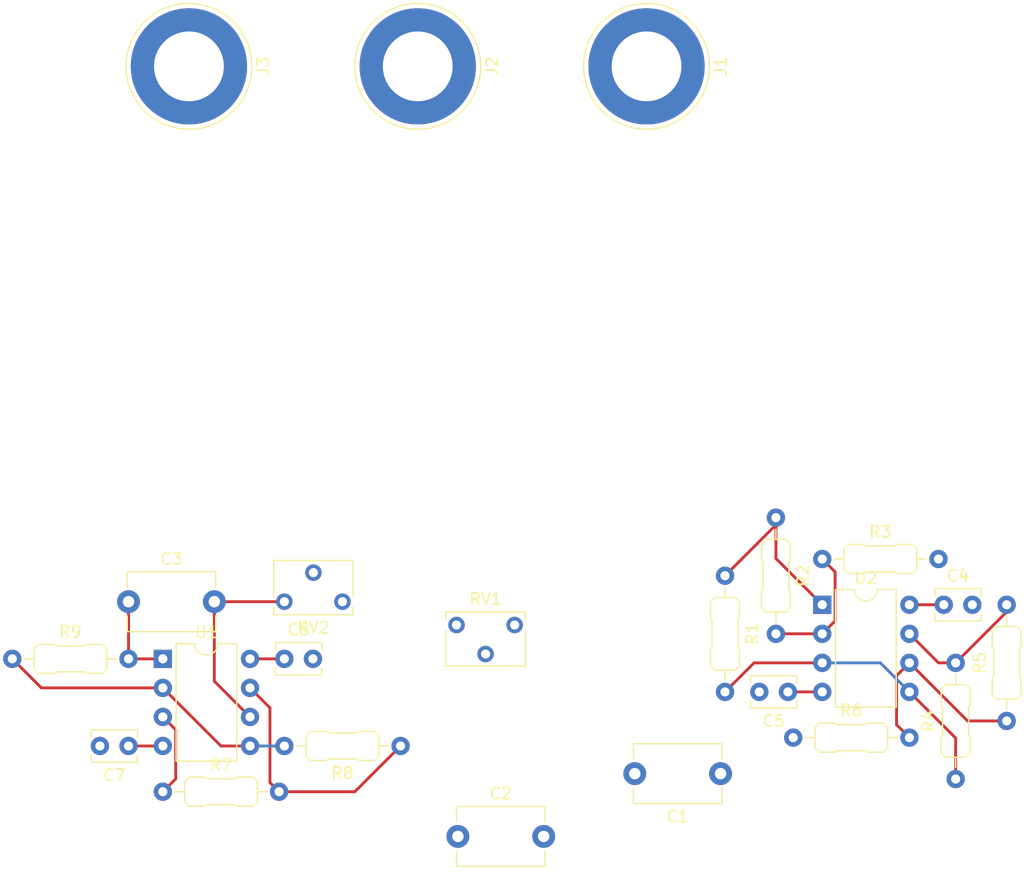
<source format=kicad_pcb>
(kicad_pcb (version 20221018) (generator pcbnew)
  (layers (0 "F.Cu" signal) (31 "B.Cu" signal) (34 "B.Paste" user) (35 "F.Paste" user) (36 "B.SilkS" user "B.Silkscreen") (37 "F.SilkS" user "F.Silkscreen") (38 "B.Mask" user) (39 "F.Mask" user) (44 "Edge.Cuts" user))
  (net 0 "")
  (net 1 "Net-(U2A-+)")
  (net 2 "GND")
  (net 3 "Net-(U1A-+)")
  (net 4 "Net-(C3-Pad1)")
  (net 5 "Net-(U1B--)")
  (net 6 "+9V")
  (net 7 "-9V")
  (net 8 "Net-(R1-Pad1)")
  (net 9 "Net-(U2A--)")
  (net 10 "Net-(R4-Pad2)")
  (net 11 "Net-(U2B--)")
  (net 12 "Net-(R7-Pad2)")
  (net 13 "Net-(U1A--)")
  (footprint "Connector:Banana_Jack_1Pin" (layer "F.Cu") (at 134.91 74.26 -90)
    (fp_text reference "J1" (at 0 -6.5 90) (layer "F.SilkS"))
    (fp_text value "BanaJack 9V")
    (fp_circle (center 0 0) (end 5.5 0) (stroke (width 0.12)) (fill none) (layer "F.SilkS"))
    (pad "1" thru_hole circle (at 0 0 270) (size 10.16 10.16) (drill 6.1) (layers "*.Cu" "*.Mask") (net 6 "+9V"))
  )
  (footprint "PCM_Resistor_THT_AKL:R_Axial_DIN0207_L6.3mm_D2.5mm_P10.16mm_Horizontal" (layer "F.Cu") (at 141.77 118.81 -90)
    (fp_text reference "R1" (at 5.08 -2.37 90) (layer "F.SilkS"))
    (fp_text value "220R" hide)
    (fp_line (start 1.905 -0.889) (end 1.905 0.889) (stroke (width 0.12)) (layer "F.SilkS"))
    (fp_line (start 1.905 -0.889) (end 2.286 -1.27) (stroke (width 0.12)) (layer "F.SilkS"))
    (fp_line (start 1.905 0) (end 1.016 0) (stroke (width 0.12)) (layer "F.SilkS"))
    (fp_line (start 1.905 0.889) (end 2.286 1.27) (stroke (width 0.12)) (layer "F.SilkS"))
    (fp_line (start 2.286 -1.27) (end 3.683 -1.27) (stroke (width 0.12)) (layer "F.SilkS"))
    (fp_line (start 2.286 1.27) (end 3.683 1.27) (stroke (width 0.12)) (layer "F.SilkS"))
    (fp_line (start 3.683 -1.27) (end 3.81 -1.143) (stroke (width 0.12)) (layer "F.SilkS"))
    (fp_line (start 3.683 1.27) (end 3.81 1.143) (stroke (width 0.12)) (layer "F.SilkS"))
    (fp_line (start 3.81 -1.143) (end 5.08 -1.143) (stroke (width 0.12)) (layer "F.SilkS"))
    (fp_line (start 3.81 1.143) (end 5.08 1.143) (stroke (width 0.12)) (layer "F.SilkS"))
    (fp_line (start 6.35 -1.143) (end 5.08 -1.143) (stroke (width 0.12)) (layer "F.SilkS"))
    (fp_line (start 6.35 1.143) (end 5.08 1.143) (stroke (width 0.12)) (layer "F.SilkS"))
    (fp_line (start 6.477 -1.27) (end 6.35 -1.143) (stroke (width 0.12)) (layer "F.SilkS"))
    (fp_line (start 6.477 1.27) (end 6.35 1.143) (stroke (width 0.12)) (layer "F.SilkS"))
    (fp_line (start 7.874 -1.27) (end 6.477 -1.27) (stroke (width 0.12)) (layer "F.SilkS"))
    (fp_line (start 7.874 1.27) (end 6.477 1.27) (stroke (width 0.12)) (layer "F.SilkS"))
    (fp_line (start 8.255 -0.889) (end 7.874 -1.27) (stroke (width 0.12)) (layer "F.SilkS"))
    (fp_line (start 8.255 -0.889) (end 8.255 0.889) (stroke (width 0.12)) (layer "F.SilkS"))
    (fp_line (start 8.255 0) (end 9.144 0) (stroke (width 0.12)) (layer "F.SilkS"))
    (fp_line (start 8.255 0.889) (end 7.874 1.27) (stroke (width 0.12)) (layer "F.SilkS"))
    (pad "1" thru_hole circle (at 0 0 270) (size 1.6 1.6) (drill 0.8) (layers "*.Cu" "*.Mask") (net 8 "Net-(R1-Pad1)"))
    (pad "2" thru_hole oval (at 10.16 0 270) (size 1.6 1.6) (drill 0.8) (layers "*.Cu" "*.Mask") (net 1 "Net-(U2A-+)"))
  )
  (footprint "Capacitor_THT:C_Disc_D3.8mm_W2.6mm_P2.50mm" (layer "F.Cu") (at 89.63 133.7 180)
    (fp_text reference "C7" (at 1.25 -2.55) (layer "F.SilkS"))
    (fp_text value "0.1uF")
    (fp_line (start -0.77 -1.42) (end -0.77 -0.795) (stroke (width 0.12)) (layer "F.SilkS"))
    (fp_line (start -0.77 -1.42) (end 3.27 -1.42) (stroke (width 0.12)) (layer "F.SilkS"))
    (fp_line (start -0.77 0.795) (end -0.77 1.42) (stroke (width 0.12)) (layer "F.SilkS"))
    (fp_line (start -0.77 1.42) (end 3.27 1.42) (stroke (width 0.12)) (layer "F.SilkS"))
    (fp_line (start 3.27 -1.42) (end 3.27 -0.795) (stroke (width 0.12)) (layer "F.SilkS"))
    (fp_line (start 3.27 0.795) (end 3.27 1.42) (stroke (width 0.12)) (layer "F.SilkS"))
    (pad "1" thru_hole circle (at 0 0 180) (size 1.6 1.6) (drill 0.8) (layers "*.Cu" "*.Mask") (net 7 "-9V"))
    (pad "2" thru_hole circle (at 2.5 0 180) (size 1.6 1.6) (drill 0.8) (layers "*.Cu" "*.Mask") (net 2 "GND"))
  )
  (footprint "Connector:Banana_Jack_1Pin" (layer "F.Cu") (at 94.91 74.26 -90)
    (fp_text reference "J3" (at 0 -6.5 90) (layer "F.SilkS"))
    (fp_text value "BanaJack -9V")
    (fp_circle (center 0 0) (end 5.5 0) (stroke (width 0.12)) (fill none) (layer "F.SilkS"))
    (pad "1" thru_hole circle (at 0 0 270) (size 10.16 10.16) (drill 6.1) (layers "*.Cu" "*.Mask") (net 7 "-9V"))
  )
  (footprint "Capacitor_THT:C_Disc_D7.5mm_W5.0mm_P7.50mm" (layer "F.Cu") (at 141.38 136.12 180)
    (fp_text reference "C1" (at 3.75 -3.75) (layer "F.SilkS"))
    (fp_text value "10nF")
    (fp_line (start -0.12 -2.62) (end -0.12 -1.256) (stroke (width 0.12)) (layer "F.SilkS"))
    (fp_line (start -0.12 -2.62) (end 7.62 -2.62) (stroke (width 0.12)) (layer "F.SilkS"))
    (fp_line (start -0.12 1.256) (end -0.12 2.62) (stroke (width 0.12)) (layer "F.SilkS"))
    (fp_line (start -0.12 2.62) (end 7.62 2.62) (stroke (width 0.12)) (layer "F.SilkS"))
    (fp_line (start 7.62 -2.62) (end 7.62 -1.256) (stroke (width 0.12)) (layer "F.SilkS"))
    (fp_line (start 7.62 1.256) (end 7.62 2.62) (stroke (width 0.12)) (layer "F.SilkS"))
    (pad "1" thru_hole circle (at 0 0 180) (size 2 2) (drill 1) (layers "*.Cu" "*.Mask") (net 1 "Net-(U2A-+)"))
    (pad "2" thru_hole circle (at 7.5 0 180) (size 2 2) (drill 1) (layers "*.Cu" "*.Mask") (net 2 "GND"))
  )
  (footprint "Connector:Banana_Jack_1Pin" (layer "F.Cu") (at 114.91 74.26 -90)
    (fp_text reference "J2" (at 0 -6.5 90) (layer "F.SilkS"))
    (fp_text value "BanaJack GND")
    (fp_circle (center 0 0) (end 5.5 0) (stroke (width 0.12)) (fill none) (layer "F.SilkS"))
    (pad "1" thru_hole circle (at 0 0 270) (size 10.16 10.16) (drill 6.1) (layers "*.Cu" "*.Mask") (net 2 "GND"))
  )
  (footprint "Capacitor_THT:C_Disc_D3.8mm_W2.6mm_P2.50mm" (layer "F.Cu") (at 103.25 126.08)
    (fp_text reference "C6" (at 1.25 -2.55) (layer "F.SilkS"))
    (fp_text value "0.1uF")
    (fp_line (start -0.77 -1.42) (end -0.77 -0.795) (stroke (width 0.12)) (layer "F.SilkS"))
    (fp_line (start -0.77 -1.42) (end 3.27 -1.42) (stroke (width 0.12)) (layer "F.SilkS"))
    (fp_line (start -0.77 0.795) (end -0.77 1.42) (stroke (width 0.12)) (layer "F.SilkS"))
    (fp_line (start -0.77 1.42) (end 3.27 1.42) (stroke (width 0.12)) (layer "F.SilkS"))
    (fp_line (start 3.27 -1.42) (end 3.27 -0.795) (stroke (width 0.12)) (layer "F.SilkS"))
    (fp_line (start 3.27 0.795) (end 3.27 1.42) (stroke (width 0.12)) (layer "F.SilkS"))
    (pad "1" thru_hole circle (at 0 0) (size 1.6 1.6) (drill 0.8) (layers "*.Cu" "*.Mask") (net 6 "+9V"))
    (pad "2" thru_hole circle (at 2.5 0) (size 1.6 1.6) (drill 0.8) (layers "*.Cu" "*.Mask") (net 2 "GND"))
  )
  (footprint "Capacitor_THT:C_Disc_D7.5mm_W5.0mm_P7.50mm" (layer "F.Cu") (at 118.42 141.61)
    (fp_text reference "C2" (at 3.75 -3.75) (layer "F.SilkS"))
    (fp_text value "100nF")
    (fp_line (start -0.12 -2.62) (end -0.12 -1.256) (stroke (width 0.12)) (layer "F.SilkS"))
    (fp_line (start -0.12 -2.62) (end 7.62 -2.62) (stroke (width 0.12)) (layer "F.SilkS"))
    (fp_line (start -0.12 1.256) (end -0.12 2.62) (stroke (width 0.12)) (layer "F.SilkS"))
    (fp_line (start -0.12 2.62) (end 7.62 2.62) (stroke (width 0.12)) (layer "F.SilkS"))
    (fp_line (start 7.62 -2.62) (end 7.62 -1.256) (stroke (width 0.12)) (layer "F.SilkS"))
    (fp_line (start 7.62 1.256) (end 7.62 2.62) (stroke (width 0.12)) (layer "F.SilkS"))
    (pad "1" thru_hole circle (at 0 0) (size 2 2) (drill 1) (layers "*.Cu" "*.Mask") (net 3 "Net-(U1A-+)"))
    (pad "2" thru_hole circle (at 7.5 0) (size 2 2) (drill 1) (layers "*.Cu" "*.Mask") (net 2 "GND"))
  )
  (footprint "Potentiometer_THT:Potentiometer_Bourns_3266W_Vertical" (layer "F.Cu") (at 123.38 123.12)
    (fp_text reference "RV1" (at -2.54 -2.27) (layer "F.SilkS"))
    (fp_text value "2.5k")
    (fp_line (start -6.015 -1.14) (end -6.015 -0.495) (stroke (width 0.12)) (layer "F.SilkS"))
    (fp_line (start -6.015 -1.14) (end 0.935 -1.14) (stroke (width 0.12)) (layer "F.SilkS"))
    (fp_line (start -6.015 0.495) (end -6.015 3.6) (stroke (width 0.12)) (layer "F.SilkS"))
    (fp_line (start -6.015 3.6) (end 0.935 3.6) (stroke (width 0.12)) (layer "F.SilkS"))
    (fp_line (start 0.935 -1.14) (end 0.935 -0.495) (stroke (width 0.12)) (layer "F.SilkS"))
    (fp_line (start 0.935 0.495) (end 0.935 3.6) (stroke (width 0.12)) (layer "F.SilkS"))
    (pad "1" thru_hole circle (at 0 0) (size 1.44 1.44) (drill 0.8) (layers "*.Cu" "*.Mask") (net 1 "Net-(U2A-+)"))
    (pad "2" thru_hole circle (at -2.54 2.54) (size 1.44 1.44) (drill 0.8) (layers "*.Cu" "*.Mask") (net 3 "Net-(U1A-+)"))
    (pad "3" thru_hole circle (at -5.08 0) (size 1.44 1.44) (drill 0.8) (layers "*.Cu" "*.Mask"))
  )
  (footprint "PCM_Resistor_THT_AKL:R_Axial_DIN0207_L6.3mm_D2.5mm_P10.16mm_Horizontal" (layer "F.Cu") (at 146.22 113.73 -90)
    (fp_text reference "R2" (at 5.08 -2.37 90) (layer "F.SilkS"))
    (fp_text value "220R" hide)
    (fp_line (start 1.905 -0.889) (end 1.905 0.889) (stroke (width 0.12)) (layer "F.SilkS"))
    (fp_line (start 1.905 -0.889) (end 2.286 -1.27) (stroke (width 0.12)) (layer "F.SilkS"))
    (fp_line (start 1.905 0) (end 1.016 0) (stroke (width 0.12)) (layer "F.SilkS"))
    (fp_line (start 1.905 0.889) (end 2.286 1.27) (stroke (width 0.12)) (layer "F.SilkS"))
    (fp_line (start 2.286 -1.27) (end 3.683 -1.27) (stroke (width 0.12)) (layer "F.SilkS"))
    (fp_line (start 2.286 1.27) (end 3.683 1.27) (stroke (width 0.12)) (layer "F.SilkS"))
    (fp_line (start 3.683 -1.27) (end 3.81 -1.143) (stroke (width 0.12)) (layer "F.SilkS"))
    (fp_line (start 3.683 1.27) (end 3.81 1.143) (stroke (width 0.12)) (layer "F.SilkS"))
    (fp_line (start 3.81 -1.143) (end 5.08 -1.143) (stroke (width 0.12)) (layer "F.SilkS"))
    (fp_line (start 3.81 1.143) (end 5.08 1.143) (stroke (width 0.12)) (layer "F.SilkS"))
    (fp_line (start 6.35 -1.143) (end 5.08 -1.143) (stroke (width 0.12)) (layer "F.SilkS"))
    (fp_line (start 6.35 1.143) (end 5.08 1.143) (stroke (width 0.12)) (layer "F.SilkS"))
    (fp_line (start 6.477 -1.27) (end 6.35 -1.143) (stroke (width 0.12)) (layer "F.SilkS"))
    (fp_line (start 6.477 1.27) (end 6.35 1.143) (stroke (width 0.12)) (layer "F.SilkS"))
    (fp_line (start 7.874 -1.27) (end 6.477 -1.27) (stroke (width 0.12)) (layer "F.SilkS"))
    (fp_line (start 7.874 1.27) (end 6.477 1.27) (stroke (width 0.12)) (layer "F.SilkS"))
    (fp_line (start 8.255 -0.889) (end 7.874 -1.27) (stroke (width 0.12)) (layer "F.SilkS"))
    (fp_line (start 8.255 -0.889) (end 8.255 0.889) (stroke (width 0.12)) (layer "F.SilkS"))
    (fp_line (start 8.255 0) (end 9.144 0) (stroke (width 0.12)) (layer "F.SilkS"))
    (fp_line (start 8.255 0.889) (end 7.874 1.27) (stroke (width 0.12)) (layer "F.SilkS"))
    (pad "1" thru_hole circle (at 0 0 270) (size 1.6 1.6) (drill 0.8) (layers "*.Cu" "*.Mask") (net 8 "Net-(R1-Pad1)"))
    (pad "2" thru_hole oval (at 10.16 0 270) (size 1.6 1.6) (drill 0.8) (layers "*.Cu" "*.Mask") (net 9 "Net-(U2A--)"))
  )
  (footprint "PCM_Resistor_THT_AKL:R_Axial_DIN0207_L6.3mm_D2.5mm_P10.16mm_Horizontal" (layer "F.Cu") (at 147.73 132.97)
    (fp_text reference "R6" (at 5.08 -2.37) (layer "F.SilkS"))
    (fp_text value "3.3k" hide)
    (fp_line (start 1.905 -0.889) (end 1.905 0.889) (stroke (width 0.12)) (layer "F.SilkS"))
    (fp_line (start 1.905 -0.889) (end 2.286 -1.27) (stroke (width 0.12)) (layer "F.SilkS"))
    (fp_line (start 1.905 0) (end 1.016 0) (stroke (width 0.12)) (layer "F.SilkS"))
    (fp_line (start 1.905 0.889) (end 2.286 1.27) (stroke (width 0.12)) (layer "F.SilkS"))
    (fp_line (start 2.286 -1.27) (end 3.683 -1.27) (stroke (width 0.12)) (layer "F.SilkS"))
    (fp_line (start 2.286 1.27) (end 3.683 1.27) (stroke (width 0.12)) (layer "F.SilkS"))
    (fp_line (start 3.683 -1.27) (end 3.81 -1.143) (stroke (width 0.12)) (layer "F.SilkS"))
    (fp_line (start 3.683 1.27) (end 3.81 1.143) (stroke (width 0.12)) (layer "F.SilkS"))
    (fp_line (start 3.81 -1.143) (end 5.08 -1.143) (stroke (width 0.12)) (layer "F.SilkS"))
    (fp_line (start 3.81 1.143) (end 5.08 1.143) (stroke (width 0.12)) (layer "F.SilkS"))
    (fp_line (start 6.35 -1.143) (end 5.08 -1.143) (stroke (width 0.12)) (layer "F.SilkS"))
    (fp_line (start 6.35 1.143) (end 5.08 1.143) (stroke (width 0.12)) (layer "F.SilkS"))
    (fp_line (start 6.477 -1.27) (end 6.35 -1.143) (stroke (width 0.12)) (layer "F.SilkS"))
    (fp_line (start 6.477 1.27) (end 6.35 1.143) (stroke (width 0.12)) (layer "F.SilkS"))
    (fp_line (start 7.874 -1.27) (end 6.477 -1.27) (stroke (width 0.12)) (layer "F.SilkS"))
    (fp_line (start 7.874 1.27) (end 6.477 1.27) (stroke (width 0.12)) (layer "F.SilkS"))
    (fp_line (start 8.255 -0.889) (end 7.874 -1.27) (stroke (width 0.12)) (layer "F.SilkS"))
    (fp_line (start 8.255 -0.889) (end 8.255 0.889) (stroke (width 0.12)) (layer "F.SilkS"))
    (fp_line (start 8.255 0) (end 9.144 0) (stroke (width 0.12)) (layer "F.SilkS"))
    (fp_line (start 8.255 0.889) (end 7.874 1.27) (stroke (width 0.12)) (layer "F.SilkS"))
    (pad "1" thru_hole circle (at 0 0) (size 1.6 1.6) (drill 0.8) (layers "*.Cu" "*.Mask") (net 2 "GND"))
    (pad "2" thru_hole oval (at 10.16 0) (size 1.6 1.6) (drill 0.8) (layers "*.Cu" "*.Mask") (net 11 "Net-(U2B--)"))
  )
  (footprint "Capacitor_THT:C_Disc_D3.8mm_W2.6mm_P2.50mm" (layer "F.Cu") (at 147.27 128.97 180)
    (fp_text reference "C5" (at 1.25 -2.55) (layer "F.SilkS"))
    (fp_text value "0.1uF")
    (fp_line (start -0.77 -1.42) (end -0.77 -0.795) (stroke (width 0.12)) (layer "F.SilkS"))
    (fp_line (start -0.77 -1.42) (end 3.27 -1.42) (stroke (width 0.12)) (layer "F.SilkS"))
    (fp_line (start -0.77 0.795) (end -0.77 1.42) (stroke (width 0.12)) (layer "F.SilkS"))
    (fp_line (start -0.77 1.42) (end 3.27 1.42) (stroke (width 0.12)) (layer "F.SilkS"))
    (fp_line (start 3.27 -1.42) (end 3.27 -0.795) (stroke (width 0.12)) (layer "F.SilkS"))
    (fp_line (start 3.27 0.795) (end 3.27 1.42) (stroke (width 0.12)) (layer "F.SilkS"))
    (pad "1" thru_hole circle (at 0 0 180) (size 1.6 1.6) (drill 0.8) (layers "*.Cu" "*.Mask") (net 7 "-9V"))
    (pad "2" thru_hole circle (at 2.5 0 180) (size 1.6 1.6) (drill 0.8) (layers "*.Cu" "*.Mask") (net 2 "GND"))
  )
  (footprint "Potentiometer_THT:Potentiometer_Bourns_3266W_Vertical" (layer "F.Cu") (at 103.25 121.08 180)
    (fp_text reference "RV2" (at -2.54 -2.27) (layer "F.SilkS"))
    (fp_text value "2.5k")
    (fp_line (start -6.015 -1.14) (end -6.015 -0.495) (stroke (width 0.12)) (layer "F.SilkS"))
    (fp_line (start -6.015 -1.14) (end 0.935 -1.14) (stroke (width 0.12)) (layer "F.SilkS"))
    (fp_line (start -6.015 0.495) (end -6.015 3.6) (stroke (width 0.12)) (layer "F.SilkS"))
    (fp_line (start -6.015 3.6) (end 0.935 3.6) (stroke (width 0.12)) (layer "F.SilkS"))
    (fp_line (start 0.935 -1.14) (end 0.935 -0.495) (stroke (width 0.12)) (layer "F.SilkS"))
    (fp_line (start 0.935 0.495) (end 0.935 3.6) (stroke (width 0.12)) (layer "F.SilkS"))
    (pad "1" thru_hole circle (at 0 0 180) (size 1.44 1.44) (drill 0.8) (layers "*.Cu" "*.Mask") (net 5 "Net-(U1B--)"))
    (pad "2" thru_hole circle (at -2.54 2.54 180) (size 1.44 1.44) (drill 0.8) (layers "*.Cu" "*.Mask") (net 2 "GND"))
    (pad "3" thru_hole circle (at -5.08 0 180) (size 1.44 1.44) (drill 0.8) (layers "*.Cu" "*.Mask"))
  )
  (footprint "PCM_Resistor_THT_AKL:R_Axial_DIN0207_L6.3mm_D2.5mm_P10.16mm_Horizontal" (layer "F.Cu") (at 161.93 136.59 90)
    (fp_text reference "R4" (at 5.08 -2.37 90) (layer "F.SilkS"))
    (fp_text value "22k" hide)
    (fp_line (start 1.905 -0.889) (end 1.905 0.889) (stroke (width 0.12)) (layer "F.SilkS"))
    (fp_line (start 1.905 -0.889) (end 2.286 -1.27) (stroke (width 0.12)) (layer "F.SilkS"))
    (fp_line (start 1.905 0) (end 1.016 0) (stroke (width 0.12)) (layer "F.SilkS"))
    (fp_line (start 1.905 0.889) (end 2.286 1.27) (stroke (width 0.12)) (layer "F.SilkS"))
    (fp_line (start 2.286 -1.27) (end 3.683 -1.27) (stroke (width 0.12)) (layer "F.SilkS"))
    (fp_line (start 2.286 1.27) (end 3.683 1.27) (stroke (width 0.12)) (layer "F.SilkS"))
    (fp_line (start 3.683 -1.27) (end 3.81 -1.143) (stroke (width 0.12)) (layer "F.SilkS"))
    (fp_line (start 3.683 1.27) (end 3.81 1.143) (stroke (width 0.12)) (layer "F.SilkS"))
    (fp_line (start 3.81 -1.143) (end 5.08 -1.143) (stroke (width 0.12)) (layer "F.SilkS"))
    (fp_line (start 3.81 1.143) (end 5.08 1.143) (stroke (width 0.12)) (layer "F.SilkS"))
    (fp_line (start 6.35 -1.143) (end 5.08 -1.143) (stroke (width 0.12)) (layer "F.SilkS"))
    (fp_line (start 6.35 1.143) (end 5.08 1.143) (stroke (width 0.12)) (layer "F.SilkS"))
    (fp_line (start 6.477 -1.27) (end 6.35 -1.143) (stroke (width 0.12)) (layer "F.SilkS"))
    (fp_line (start 6.477 1.27) (end 6.35 1.143) (stroke (width 0.12)) (layer "F.SilkS"))
    (fp_line (start 7.874 -1.27) (end 6.477 -1.27) (stroke (width 0.12)) (layer "F.SilkS"))
    (fp_line (start 7.874 1.27) (end 6.477 1.27) (stroke (width 0.12)) (layer "F.SilkS"))
    (fp_line (start 8.255 -0.889) (end 7.874 -1.27) (stroke (width 0.12)) (layer "F.SilkS"))
    (fp_line (start 8.255 -0.889) (end 8.255 0.889) (stroke (width 0.12)) (layer "F.SilkS"))
    (fp_line (start 8.255 0) (end 9.144 0) (stroke (width 0.12)) (layer "F.SilkS"))
    (fp_line (start 8.255 0.889) (end 7.874 1.27) (stroke (width 0.12)) (layer "F.SilkS"))
    (pad "1" thru_hole circle (at 0 0 90) (size 1.6 1.6) (drill 0.8) (layers "*.Cu" "*.Mask") (net 1 "Net-(U2A-+)"))
    (pad "2" thru_hole oval (at 10.16 0 90) (size 1.6 1.6) (drill 0.8) (layers "*.Cu" "*.Mask") (net 10 "Net-(R4-Pad2)"))
  )
  (footprint "Package_DIP:DIP-8_W7.62mm" (layer "F.Cu") (at 150.27 121.35)
    (fp_text reference "U2" (at 3.81 -2.33) (layer "F.SilkS"))
    (fp_text value "TL082")
    (fp_line (start 1.16 -1.33) (end 1.16 8.95) (stroke (width 0.12)) (layer "F.SilkS"))
    (fp_line (start 1.16 8.95) (end 6.46 8.95) (stroke (width 0.12)) (layer "F.SilkS"))
    (fp_line (start 2.81 -1.33) (end 1.16 -1.33) (stroke (width 0.12)) (layer "F.SilkS"))
    (fp_line (start 6.46 -1.33) (end 4.81 -1.33) (stroke (width 0.12)) (layer "F.SilkS"))
    (fp_line (start 6.46 8.95) (end 6.46 -1.33) (stroke (width 0.12)) (layer "F.SilkS"))
    (fp_arc (start 4.81 -1.33) (mid 3.81 -0.33) (end 2.81 -1.33) (stroke (width 0.12)) (layer "F.SilkS"))
    (pad "1" thru_hole rect (at 0 0) (size 1.6 1.6) (drill 0.8) (layers "*.Cu" "*.Mask") (net 8 "Net-(R1-Pad1)"))
    (pad "2" thru_hole oval (at 0 2.54) (size 1.6 1.6) (drill 0.8) (layers "*.Cu" "*.Mask") (net 9 "Net-(U2A--)"))
    (pad "3" thru_hole oval (at 0 5.08) (size 1.6 1.6) (drill 0.8) (layers "*.Cu" "*.Mask") (net 1 "Net-(U2A-+)"))
    (pad "4" thru_hole oval (at 0 7.62) (size 1.6 1.6) (drill 0.8) (layers "*.Cu" "*.Mask") (net 7 "-9V"))
    (pad "5" thru_hole oval (at 7.62 7.62) (size 1.6 1.6) (drill 0.8) (layers "*.Cu" "*.Mask") (net 1 "Net-(U2A-+)"))
    (pad "6" thru_hole oval (at 7.62 5.08) (size 1.6 1.6) (drill 0.8) (layers "*.Cu" "*.Mask") (net 11 "Net-(U2B--)"))
    (pad "7" thru_hole oval (at 7.62 2.54) (size 1.6 1.6) (drill 0.8) (layers "*.Cu" "*.Mask") (net 10 "Net-(R4-Pad2)"))
    (pad "8" thru_hole oval (at 7.62 0) (size 1.6 1.6) (drill 0.8) (layers "*.Cu" "*.Mask") (net 6 "+9V"))
  )
  (footprint "PCM_Resistor_THT_AKL:R_Axial_DIN0207_L6.3mm_D2.5mm_P10.16mm_Horizontal" (layer "F.Cu") (at 113.41 133.7 180)
    (fp_text reference "R8" (at 5.08 -2.37) (layer "F.SilkS"))
    (fp_text value "1k" hide)
    (fp_line (start 1.905 -0.889) (end 1.905 0.889) (stroke (width 0.12)) (layer "F.SilkS"))
    (fp_line (start 1.905 -0.889) (end 2.286 -1.27) (stroke (width 0.12)) (layer "F.SilkS"))
    (fp_line (start 1.905 0) (end 1.016 0) (stroke (width 0.12)) (layer "F.SilkS"))
    (fp_line (start 1.905 0.889) (end 2.286 1.27) (stroke (width 0.12)) (layer "F.SilkS"))
    (fp_line (start 2.286 -1.27) (end 3.683 -1.27) (stroke (width 0.12)) (layer "F.SilkS"))
    (fp_line (start 2.286 1.27) (end 3.683 1.27) (stroke (width 0.12)) (layer "F.SilkS"))
    (fp_line (start 3.683 -1.27) (end 3.81 -1.143) (stroke (width 0.12)) (layer "F.SilkS"))
    (fp_line (start 3.683 1.27) (end 3.81 1.143) (stroke (width 0.12)) (layer "F.SilkS"))
    (fp_line (start 3.81 -1.143) (end 5.08 -1.143) (stroke (width 0.12)) (layer "F.SilkS"))
    (fp_line (start 3.81 1.143) (end 5.08 1.143) (stroke (width 0.12)) (layer "F.SilkS"))
    (fp_line (start 6.35 -1.143) (end 5.08 -1.143) (stroke (width 0.12)) (layer "F.SilkS"))
    (fp_line (start 6.35 1.143) (end 5.08 1.143) (stroke (width 0.12)) (layer "F.SilkS"))
    (fp_line (start 6.477 -1.27) (end 6.35 -1.143) (stroke (width 0.12)) (layer "F.SilkS"))
    (fp_line (start 6.477 1.27) (end 6.35 1.143) (stroke (width 0.12)) (layer "F.SilkS"))
    (fp_line (start 7.874 -1.27) (end 6.477 -1.27) (stroke (width 0.12)) (layer "F.SilkS"))
    (fp_line (start 7.874 1.27) (end 6.477 1.27) (stroke (width 0.12)) (layer "F.SilkS"))
    (fp_line (start 8.255 -0.889) (end 7.874 -1.27) (stroke (width 0.12)) (layer "F.SilkS"))
    (fp_line (start 8.255 -0.889) (end 8.255 0.889) (stroke (width 0.12)) (layer "F.SilkS"))
    (fp_line (start 8.255 0) (end 9.144 0) (stroke (width 0.12)) (layer "F.SilkS"))
    (fp_line (start 8.255 0.889) (end 7.874 1.27) (stroke (width 0.12)) (layer "F.SilkS"))
    (pad "1" thru_hole circle (at 0 0 180) (size 1.6 1.6) (drill 0.8) (layers "*.Cu" "*.Mask") (net 12 "Net-(R7-Pad2)"))
    (pad "2" thru_hole oval (at 10.16 0 180) (size 1.6 1.6) (drill 0.8) (layers "*.Cu" "*.Mask") (net 13 "Net-(U1A--)"))
  )
  (footprint "PCM_Resistor_THT_AKL:R_Axial_DIN0207_L6.3mm_D2.5mm_P10.16mm_Horizontal" (layer "F.Cu") (at 166.39 131.51 90)
    (fp_text reference "R5" (at 5.08 -2.37 90) (layer "F.SilkS"))
    (fp_text value "22k" hide)
    (fp_line (start 1.905 -0.889) (end 1.905 0.889) (stroke (width 0.12)) (layer "F.SilkS"))
    (fp_line (start 1.905 -0.889) (end 2.286 -1.27) (stroke (width 0.12)) (layer "F.SilkS"))
    (fp_line (start 1.905 0) (end 1.016 0) (stroke (width 0.12)) (layer "F.SilkS"))
    (fp_line (start 1.905 0.889) (end 2.286 1.27) (stroke (width 0.12)) (layer "F.SilkS"))
    (fp_line (start 2.286 -1.27) (end 3.683 -1.27) (stroke (width 0.12)) (layer "F.SilkS"))
    (fp_line (start 2.286 1.27) (end 3.683 1.27) (stroke (width 0.12)) (layer "F.SilkS"))
    (fp_line (start 3.683 -1.27) (end 3.81 -1.143) (stroke (width 0.12)) (layer "F.SilkS"))
    (fp_line (start 3.683 1.27) (end 3.81 1.143) (stroke (width 0.12)) (layer "F.SilkS"))
    (fp_line (start 3.81 -1.143) (end 5.08 -1.143) (stroke (width 0.12)) (layer "F.SilkS"))
    (fp_line (start 3.81 1.143) (end 5.08 1.143) (stroke (width 0.12)) (layer "F.SilkS"))
    (fp_line (start 6.35 -1.143) (end 5.08 -1.143) (stroke (width 0.12)) (layer "F.SilkS"))
    (fp_line (start 6.35 1.143) (end 5.08 1.143) (stroke (width 0.12)) (layer "F.SilkS"))
    (fp_line (start 6.477 -1.27) (end 6.35 -1.143) (stroke (width 0.12)) (layer "F.SilkS"))
    (fp_line (start 6.477 1.27) (end 6.35 1.143) (stroke (width 0.12)) (layer "F.SilkS"))
    (fp_line (start 7.874 -1.27) (end 6.477 -1.27) (stroke (width 0.12)) (layer "F.SilkS"))
    (fp_line (start 7.874 1.27) (end 6.477 1.27) (stroke (width 0.12)) (layer "F.SilkS"))
    (fp_line (start 8.255 -0.889) (end 7.874 -1.27) (stroke (width 0.12)) (layer "F.SilkS"))
    (fp_line (start 8.255 -0.889) (end 8.255 0.889) (stroke (width 0.12)) (layer "F.SilkS"))
    (fp_line (start 8.255 0) (end 9.144 0) (stroke (width 0.12)) (layer "F.SilkS"))
    (fp_line (start 8.255 0.889) (end 7.874 1.27) (stroke (width 0.12)) (layer "F.SilkS"))
    (pad "1" thru_hole circle (at 0 0 90) (size 1.6 1.6) (drill 0.8) (layers "*.Cu" "*.Mask") (net 11 "Net-(U2B--)"))
    (pad "2" thru_hole oval (at 10.16 0 90) (size 1.6 1.6) (drill 0.8) (layers "*.Cu" "*.Mask") (net 10 "Net-(R4-Pad2)"))
  )
  (footprint "PCM_Resistor_THT_AKL:R_Axial_DIN0207_L6.3mm_D2.5mm_P10.16mm_Horizontal" (layer "F.Cu") (at 79.47 126.08)
    (fp_text reference "R9" (at 5.08 -2.37) (layer "F.SilkS"))
    (fp_text value "1k" hide)
    (fp_line (start 1.905 -0.889) (end 1.905 0.889) (stroke (width 0.12)) (layer "F.SilkS"))
    (fp_line (start 1.905 -0.889) (end 2.286 -1.27) (stroke (width 0.12)) (layer "F.SilkS"))
    (fp_line (start 1.905 0) (end 1.016 0) (stroke (width 0.12)) (layer "F.SilkS"))
    (fp_line (start 1.905 0.889) (end 2.286 1.27) (stroke (width 0.12)) (layer "F.SilkS"))
    (fp_line (start 2.286 -1.27) (end 3.683 -1.27) (stroke (width 0.12)) (layer "F.SilkS"))
    (fp_line (start 2.286 1.27) (end 3.683 1.27) (stroke (width 0.12)) (layer "F.SilkS"))
    (fp_line (start 3.683 -1.27) (end 3.81 -1.143) (stroke (width 0.12)) (layer "F.SilkS"))
    (fp_line (start 3.683 1.27) (end 3.81 1.143) (stroke (width 0.12)) (layer "F.SilkS"))
    (fp_line (start 3.81 -1.143) (end 5.08 -1.143) (stroke (width 0.12)) (layer "F.SilkS"))
    (fp_line (start 3.81 1.143) (end 5.08 1.143) (stroke (width 0.12)) (layer "F.SilkS"))
    (fp_line (start 6.35 -1.143) (end 5.08 -1.143) (stroke (width 0.12)) (layer "F.SilkS"))
    (fp_line (start 6.35 1.143) (end 5.08 1.143) (stroke (width 0.12)) (layer "F.SilkS"))
    (fp_line (start 6.477 -1.27) (end 6.35 -1.143) (stroke (width 0.12)) (layer "F.SilkS"))
    (fp_line (start 6.477 1.27) (end 6.35 1.143) (stroke (width 0.12)) (layer "F.SilkS"))
    (fp_line (start 7.874 -1.27) (end 6.477 -1.27) (stroke (width 0.12)) (layer "F.SilkS"))
    (fp_line (start 7.874 1.27) (end 6.477 1.27) (stroke (width 0.12)) (layer "F.SilkS"))
    (fp_line (start 8.255 -0.889) (end 7.874 -1.27) (stroke (width 0.12)) (layer "F.SilkS"))
    (fp_line (start 8.255 -0.889) (end 8.255 0.889) (stroke (width 0.12)) (layer "F.SilkS"))
    (fp_line (start 8.255 0) (end 9.144 0) (stroke (width 0.12)) (layer "F.SilkS"))
    (fp_line (start 8.255 0.889) (end 7.874 1.27) (stroke (width 0.12)) (layer "F.SilkS"))
    (pad "1" thru_hole circle (at 0 0) (size 1.6 1.6) (drill 0.8) (layers "*.Cu" "*.Mask") (net 13 "Net-(U1A--)"))
    (pad "2" thru_hole oval (at 10.16 0) (size 1.6 1.6) (drill 0.8) (layers "*.Cu" "*.Mask") (net 4 "Net-(C3-Pad1)"))
  )
  (footprint "Capacitor_THT:C_Disc_D7.5mm_W5.0mm_P7.50mm" (layer "F.Cu") (at 89.63 121.08)
    (fp_text reference "C3" (at 3.75 -3.75) (layer "F.SilkS"))
    (fp_text value "100nF")
    (fp_line (start -0.12 -2.62) (end -0.12 -1.256) (stroke (width 0.12)) (layer "F.SilkS"))
    (fp_line (start -0.12 -2.62) (end 7.62 -2.62) (stroke (width 0.12)) (layer "F.SilkS"))
    (fp_line (start -0.12 1.256) (end -0.12 2.62) (stroke (width 0.12)) (layer "F.SilkS"))
    (fp_line (start -0.12 2.62) (end 7.62 2.62) (stroke (width 0.12)) (layer "F.SilkS"))
    (fp_line (start 7.62 -2.62) (end 7.62 -1.256) (stroke (width 0.12)) (layer "F.SilkS"))
    (fp_line (start 7.62 1.256) (end 7.62 2.62) (stroke (width 0.12)) (layer "F.SilkS"))
    (pad "1" thru_hole circle (at 0 0) (size 2 2) (drill 1) (layers "*.Cu" "*.Mask") (net 4 "Net-(C3-Pad1)"))
    (pad "2" thru_hole circle (at 7.5 0) (size 2 2) (drill 1) (layers "*.Cu" "*.Mask") (net 5 "Net-(U1B--)"))
  )
  (footprint "PCM_Resistor_THT_AKL:R_Axial_DIN0207_L6.3mm_D2.5mm_P10.16mm_Horizontal" (layer "F.Cu") (at 92.63 137.7)
    (fp_text reference "R7" (at 5.08 -2.37) (layer "F.SilkS"))
    (fp_text value "100R" hide)
    (fp_line (start 1.905 -0.889) (end 1.905 0.889) (stroke (width 0.12)) (layer "F.SilkS"))
    (fp_line (start 1.905 -0.889) (end 2.286 -1.27) (stroke (width 0.12)) (layer "F.SilkS"))
    (fp_line (start 1.905 0) (end 1.016 0) (stroke (width 0.12)) (layer "F.SilkS"))
    (fp_line (start 1.905 0.889) (end 2.286 1.27) (stroke (width 0.12)) (layer "F.SilkS"))
    (fp_line (start 2.286 -1.27) (end 3.683 -1.27) (stroke (width 0.12)) (layer "F.SilkS"))
    (fp_line (start 2.286 1.27) (end 3.683 1.27) (stroke (width 0.12)) (layer "F.SilkS"))
    (fp_line (start 3.683 -1.27) (end 3.81 -1.143) (stroke (width 0.12)) (layer "F.SilkS"))
    (fp_line (start 3.683 1.27) (end 3.81 1.143) (stroke (width 0.12)) (layer "F.SilkS"))
    (fp_line (start 3.81 -1.143) (end 5.08 -1.143) (stroke (width 0.12)) (layer "F.SilkS"))
    (fp_line (start 3.81 1.143) (end 5.08 1.143) (stroke (width 0.12)) (layer "F.SilkS"))
    (fp_line (start 6.35 -1.143) (end 5.08 -1.143) (stroke (width 0.12)) (layer "F.SilkS"))
    (fp_line (start 6.35 1.143) (end 5.08 1.143) (stroke (width 0.12)) (layer "F.SilkS"))
    (fp_line (start 6.477 -1.27) (end 6.35 -1.143) (stroke (width 0.12)) (layer "F.SilkS"))
    (fp_line (start 6.477 1.27) (end 6.35 1.143) (stroke (width 0.12)) (layer "F.SilkS"))
    (fp_line (start 7.874 -1.27) (end 6.477 -1.27) (stroke (width 0.12)) (layer "F.SilkS"))
    (fp_line (start 7.874 1.27) (end 6.477 1.27) (stroke (width 0.12)) (layer "F.SilkS"))
    (fp_line (start 8.255 -0.889) (end 7.874 -1.27) (stroke (width 0.12)) (layer "F.SilkS"))
    (fp_line (start 8.255 -0.889) (end 8.255 0.889) (stroke (width 0.12)) (layer "F.SilkS"))
    (fp_line (start 8.255 0) (end 9.144 0) (stroke (width 0.12)) (layer "F.SilkS"))
    (fp_line (start 8.255 0.889) (end 7.874 1.27) (stroke (width 0.12)) (layer "F.SilkS"))
    (pad "1" thru_hole circle (at 0 0) (size 1.6 1.6) (drill 0.8) (layers "*.Cu" "*.Mask") (net 3 "Net-(U1A-+)"))
    (pad "2" thru_hole oval (at 10.16 0) (size 1.6 1.6) (drill 0.8) (layers "*.Cu" "*.Mask") (net 12 "Net-(R7-Pad2)"))
  )
  (footprint "Capacitor_THT:C_Disc_D3.8mm_W2.6mm_P2.50mm" (layer "F.Cu") (at 160.89 121.35)
    (fp_text reference "C4" (at 1.25 -2.55) (layer "F.SilkS"))
    (fp_text value "0.1uF")
    (fp_line (start -0.77 -1.42) (end -0.77 -0.795) (stroke (width 0.12)) (layer "F.SilkS"))
    (fp_line (start -0.77 -1.42) (end 3.27 -1.42) (stroke (width 0.12)) (layer "F.SilkS"))
    (fp_line (start -0.77 0.795) (end -0.77 1.42) (stroke (width 0.12)) (layer "F.SilkS"))
    (fp_line (start -0.77 1.42) (end 3.27 1.42) (stroke (width 0.12)) (layer "F.SilkS"))
    (fp_line (start 3.27 -1.42) (end 3.27 -0.795) (stroke (width 0.12)) (layer "F.SilkS"))
    (fp_line (start 3.27 0.795) (end 3.27 1.42) (stroke (width 0.12)) (layer "F.SilkS"))
    (pad "1" thru_hole circle (at 0 0) (size 1.6 1.6) (drill 0.8) (layers "*.Cu" "*.Mask") (net 6 "+9V"))
    (pad "2" thru_hole circle (at 2.5 0) (size 1.6 1.6) (drill 0.8) (layers "*.Cu" "*.Mask") (net 2 "GND"))
  )
  (footprint "PCM_Resistor_THT_AKL:R_Axial_DIN0207_L6.3mm_D2.5mm_P10.16mm_Horizontal" (layer "F.Cu") (at 150.27 117.35)
    (fp_text reference "R3" (at 5.08 -2.37) (layer "F.SilkS"))
    (fp_text value "2.2k" hide)
    (fp_line (start 1.905 -0.889) (end 1.905 0.889) (stroke (width 0.12)) (layer "F.SilkS"))
    (fp_line (start 1.905 -0.889) (end 2.286 -1.27) (stroke (width 0.12)) (layer "F.SilkS"))
    (fp_line (start 1.905 0) (end 1.016 0) (stroke (width 0.12)) (layer "F.SilkS"))
    (fp_line (start 1.905 0.889) (end 2.286 1.27) (stroke (width 0.12)) (layer "F.SilkS"))
    (fp_line (start 2.286 -1.27) (end 3.683 -1.27) (stroke (width 0.12)) (layer "F.SilkS"))
    (fp_line (start 2.286 1.27) (end 3.683 1.27) (stroke (width 0.12)) (layer "F.SilkS"))
    (fp_line (start 3.683 -1.27) (end 3.81 -1.143) (stroke (width 0.12)) (layer "F.SilkS"))
    (fp_line (start 3.683 1.27) (end 3.81 1.143) (stroke (width 0.12)) (layer "F.SilkS"))
    (fp_line (start 3.81 -1.143) (end 5.08 -1.143) (stroke (width 0.12)) (layer "F.SilkS"))
    (fp_line (start 3.81 1.143) (end 5.08 1.143) (stroke (width 0.12)) (layer "F.SilkS"))
    (fp_line (start 6.35 -1.143) (end 5.08 -1.143) (stroke (width 0.12)) (layer "F.SilkS"))
    (fp_line (start 6.35 1.143) (end 5.08 1.143) (stroke (width 0.12)) (layer "F.SilkS"))
    (fp_line (start 6.477 -1.27) (end 6.35 -1.143) (stroke (width 0.12)) (layer "F.SilkS"))
    (fp_line (start 6.477 1.27) (end 6.35 1.143) (stroke (width 0.12)) (layer "F.SilkS"))
    (fp_line (start 7.874 -1.27) (end 6.477 -1.27) (stroke (width 0.12)) (layer "F.SilkS"))
    (fp_line (start 7.874 1.27) (end 6.477 1.27) (stroke (width 0.12)) (layer "F.SilkS"))
    (fp_line (start 8.255 -0.889) (end 7.874 -1.27) (stroke (width 0.12)) (layer "F.SilkS"))
    (fp_line (start 8.255 -0.889) (end 8.255 0.889) (stroke (width 0.12)) (layer "F.SilkS"))
    (fp_line (start 8.255 0) (end 9.144 0) (stroke (width 0.12)) (layer "F.SilkS"))
    (fp_line (start 8.255 0.889) (end 7.874 1.27) (stroke (width 0.12)) (layer "F.SilkS"))
    (pad "1" thru_hole circle (at 0 0) (size 1.6 1.6) (drill 0.8) (layers "*.Cu" "*.Mask") (net 9 "Net-(U2A--)"))
    (pad "2" thru_hole oval (at 10.16 0) (size 1.6 1.6) (drill 0.8) (layers "*.Cu" "*.Mask") (net 2 "GND"))
  )
  (footprint "Package_DIP:DIP-8_W7.62mm" (layer "F.Cu") (at 92.63 126.08)
    (fp_text reference "U1" (at 3.81 -2.33) (layer "F.SilkS"))
    (fp_text value "TL082")
    (fp_line (start 1.16 -1.33) (end 1.16 8.95) (stroke (width 0.12)) (layer "F.SilkS"))
    (fp_line (start 1.16 8.95) (end 6.46 8.95) (stroke (width 0.12)) (layer "F.SilkS"))
    (fp_line (start 2.81 -1.33) (end 1.16 -1.33) (stroke (width 0.12)) (layer "F.SilkS"))
    (fp_line (start 6.46 -1.33) (end 4.81 -1.33) (stroke (width 0.12)) (layer "F.SilkS"))
    (fp_line (start 6.46 8.95) (end 6.46 -1.33) (stroke (width 0.12)) (layer "F.SilkS"))
    (fp_arc (start 4.81 -1.33) (mid 3.81 -0.33) (end 2.81 -1.33) (stroke (width 0.12)) (layer "F.SilkS"))
    (pad "1" thru_hole rect (at 0 0) (size 1.6 1.6) (drill 0.8) (layers "*.Cu" "*.Mask") (net 4 "Net-(C3-Pad1)"))
    (pad "2" thru_hole oval (at 0 2.54) (size 1.6 1.6) (drill 0.8) (layers "*.Cu" "*.Mask") (net 13 "Net-(U1A--)"))
    (pad "3" thru_hole oval (at 0 5.08) (size 1.6 1.6) (drill 0.8) (layers "*.Cu" "*.Mask") (net 3 "Net-(U1A-+)"))
    (pad "4" thru_hole oval (at 0 7.62) (size 1.6 1.6) (drill 0.8) (layers "*.Cu" "*.Mask") (net 7 "-9V"))
    (pad "5" thru_hole oval (at 7.62 7.62) (size 1.6 1.6) (drill 0.8) (layers "*.Cu" "*.Mask") (net 13 "Net-(U1A--)"))
    (pad "6" thru_hole oval (at 7.62 5.08) (size 1.6 1.6) (drill 0.8) (layers "*.Cu" "*.Mask") (net 5 "Net-(U1B--)"))
    (pad "7" thru_hole oval (at 7.62 2.54) (size 1.6 1.6) (drill 0.8) (layers "*.Cu" "*.Mask") (net 12 "Net-(R7-Pad2)"))
    (pad "8" thru_hole oval (at 7.62 0) (size 1.6 1.6) (drill 0.8) (layers "*.Cu" "*.Mask") (net 6 "+9V"))
  )
  (segment (start 161.93 136.59) (end 161.93 133.01) (width 0.25) (layer "F.Cu") (net 1))
  (segment (start 141.77 128.97) (end 144.31 126.43) (width 0.25) (layer "F.Cu") (net 1))
  (segment (start 144.31 126.43) (end 150.27 126.43) (width 0.25) (layer "F.Cu") (net 1))
  (segment (start 161.93 133.01) (end 157.89 128.97) (width 0.25) (layer "F.Cu") (net 1))
  (segment (start 150.27 126.43) (end 155.35 126.43) (width 0.25) (layer "B.Cu") (net 1))
  (segment (start 155.35 126.43) (end 157.89 128.97) (width 0.25) (layer "B.Cu") (net 1))
  (segment (start 93.755 132.285) (end 92.63 131.16) (width 0.25) (layer "F.Cu") (net 3))
  (segment (start 93.755 136.575) (end 93.755 132.285) (width 0.25) (layer "F.Cu") (net 3))
  (segment (start 92.63 137.7) (end 93.755 136.575) (width 0.25) (layer "F.Cu") (net 3))
  (segment (start 89.63 126.08) (end 92.63 126.08) (width 0.25) (layer "F.Cu") (net 4))
  (segment (start 89.63 121.08) (end 89.63 126.08) (width 0.25) (layer "F.Cu") (net 4))
  (segment (start 97.13 121.08) (end 97.13 128.04) (width 0.25) (layer "F.Cu") (net 5))
  (segment (start 97.13 121.08) (end 103.25 121.08) (width 0.25) (layer "F.Cu") (net 5))
  (segment (start 97.13 128.04) (end 100.25 131.16) (width 0.25) (layer "F.Cu") (net 5))
  (segment (start 100.25 126.08) (end 103.25 126.08) (width 0.25) (layer "F.Cu") (net 6))
  (segment (start 157.89 121.35) (end 160.89 121.35) (width 0.25) (layer "F.Cu") (net 6))
  (segment (start 89.63 133.7) (end 92.63 133.7) (width 0.25) (layer "F.Cu") (net 7))
  (segment (start 147.27 128.97) (end 150.27 128.97) (width 0.25) (layer "F.Cu") (net 7))
  (segment (start 141.77 118.81) (end 146.22 114.36) (width 0.25) (layer "F.Cu") (net 8))
  (segment (start 146.22 113.73) (end 146.22 117.3) (width 0.25) (layer "F.Cu") (net 8))
  (segment (start 146.22 114.36) (end 146.22 113.73) (width 0.25) (layer "F.Cu") (net 8))
  (segment (start 146.22 117.3) (end 150.27 121.35) (width 0.25) (layer "F.Cu") (net 8))
  (segment (start 150.27 123.89) (end 151.395 122.765) (width 0.25) (layer "F.Cu") (net 9))
  (segment (start 146.22 123.89) (end 150.27 123.89) (width 0.25) (layer "F.Cu") (net 9))
  (segment (start 151.395 118.475) (end 150.27 117.35) (width 0.25) (layer "F.Cu") (net 9))
  (segment (start 151.395 122.765) (end 151.395 118.475) (width 0.25) (layer "F.Cu") (net 9))
  (segment (start 160.43 126.43) (end 157.89 123.89) (width 0.25) (layer "F.Cu") (net 10))
  (segment (start 161.93 126.43) (end 166.39 121.97) (width 0.25) (layer "F.Cu") (net 10))
  (segment (start 166.39 121.97) (end 166.39 121.35) (width 0.25) (layer "F.Cu") (net 10))
  (segment (start 161.93 126.43) (end 160.43 126.43) (width 0.25) (layer "F.Cu") (net 10))
  (segment (start 162.97 131.51) (end 157.89 126.43) (width 0.25) (layer "F.Cu") (net 11))
  (segment (start 156.765 131.845) (end 156.765 127.555) (width 0.25) (layer "F.Cu") (net 11))
  (segment (start 156.765 127.555) (end 157.89 126.43) (width 0.25) (layer "F.Cu") (net 11))
  (segment (start 157.89 132.97) (end 156.765 131.845) (width 0.25) (layer "F.Cu") (net 11))
  (segment (start 166.39 131.51) (end 162.97 131.51) (width 0.25) (layer "F.Cu") (net 11))
  (segment (start 102.79 137.7) (end 109.41 137.7) (width 0.25) (layer "F.Cu") (net 12))
  (segment (start 101.990001 130.360001) (end 100.25 128.62) (width 0.25) (layer "F.Cu") (net 12))
  (segment (start 109.41 137.7) (end 113.41 133.7) (width 0.25) (layer "F.Cu") (net 12))
  (segment (start 102.79 137.7) (end 101.990001 136.900001) (width 0.25) (layer "F.Cu") (net 12))
  (segment (start 101.990001 136.900001) (end 101.990001 130.360001) (width 0.25) (layer "F.Cu") (net 12))
  (segment (start 82.01 128.62) (end 92.63 128.62) (width 0.25) (layer "F.Cu") (net 13))
  (segment (start 97.71 133.7) (end 92.63 128.62) (width 0.25) (layer "F.Cu") (net 13))
  (segment (start 100.25 133.7) (end 97.71 133.7) (width 0.25) (layer "F.Cu") (net 13))
  (segment (start 79.47 126.08) (end 82.01 128.62) (width 0.25) (layer "F.Cu") (net 13))
  (segment (start 100.25 133.7) (end 103.25 133.7) (width 0.25) (layer "B.Cu") (net 13))
)
</source>
